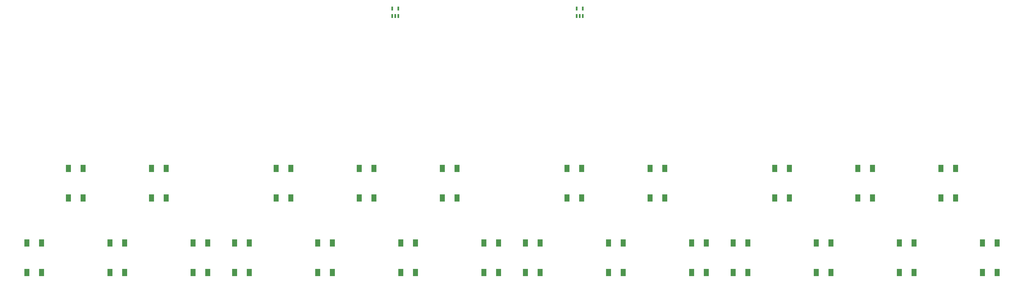
<source format=gtp>
G04 Layer: TopPasteMaskLayer*
G04 EasyEDA v6.5.43, 2024-08-21 17:52:12*
G04 cb6e2e9fbd21486d88ae5690d2d3dc00,10*
G04 Gerber Generator version 0.2*
G04 Scale: 100 percent, Rotated: No, Reflected: No *
G04 Dimensions in millimeters *
G04 leading zeros omitted , absolute positions ,4 integer and 5 decimal *
%FSLAX45Y45*%
%MOMM*%

%ADD10R,1.5000X2.3000*%
%ADD11R,0.4900X1.1570*%
%ADD12R,0.4900X1.1750*%

%LPD*%
D10*
G01*
X9877018Y-1069009D03*
G01*
X9876993Y-1978990D03*
G01*
X9427006Y-1069009D03*
G01*
X9427006Y-1978990D03*
G01*
X11147018Y1216990D03*
G01*
X11146993Y307009D03*
G01*
X10697006Y1216990D03*
G01*
X10697006Y307009D03*
G01*
X12417018Y-1069009D03*
G01*
X12416993Y-1978990D03*
G01*
X11967006Y-1069009D03*
G01*
X11967006Y-1978990D03*
G01*
X13687018Y1216990D03*
G01*
X13686993Y307009D03*
G01*
X13237006Y1216990D03*
G01*
X13237006Y307009D03*
G01*
X14957018Y-1069009D03*
G01*
X14956993Y-1978990D03*
G01*
X14507006Y-1069009D03*
G01*
X14507006Y-1978990D03*
G01*
X16227018Y-1069009D03*
G01*
X16226993Y-1978990D03*
G01*
X15777006Y-1069009D03*
G01*
X15777006Y-1978990D03*
G01*
X17497018Y1216990D03*
G01*
X17496993Y307009D03*
G01*
X17047006Y1216990D03*
G01*
X17047006Y307009D03*
G01*
X18767018Y-1069009D03*
G01*
X18766993Y-1978990D03*
G01*
X18317006Y-1069009D03*
G01*
X18317006Y-1978990D03*
G01*
X20037018Y1216990D03*
G01*
X20036993Y307009D03*
G01*
X19587006Y1216990D03*
G01*
X19587006Y307009D03*
G01*
X21307018Y-1069009D03*
G01*
X21306993Y-1978990D03*
G01*
X20857006Y-1069009D03*
G01*
X20857006Y-1978990D03*
G01*
X22577018Y-1069009D03*
G01*
X22576993Y-1978990D03*
G01*
X22127006Y-1069009D03*
G01*
X22127006Y-1978990D03*
G01*
X23847018Y1216990D03*
G01*
X23846993Y307009D03*
G01*
X23397006Y1216990D03*
G01*
X23397006Y307009D03*
G01*
X25117018Y-1069009D03*
G01*
X25116993Y-1978990D03*
G01*
X24667006Y-1069009D03*
G01*
X24667006Y-1978990D03*
G01*
X26386965Y1216990D03*
G01*
X26386939Y307009D03*
G01*
X25936953Y1216990D03*
G01*
X25936953Y307009D03*
G01*
X27656962Y-1069009D03*
G01*
X27656937Y-1978990D03*
G01*
X27206950Y-1069009D03*
G01*
X27206950Y-1978990D03*
G01*
X28926960Y1216990D03*
G01*
X28926934Y307009D03*
G01*
X28476948Y1216990D03*
G01*
X28476948Y307009D03*
G01*
X30196957Y-1069009D03*
G01*
X30196932Y-1978990D03*
G01*
X29746945Y-1069009D03*
G01*
X29746945Y-1978990D03*
G01*
X987018Y-1069009D03*
G01*
X986993Y-1978990D03*
G01*
X537006Y-1069009D03*
G01*
X537006Y-1978990D03*
G01*
X2257018Y1216990D03*
G01*
X2256993Y307009D03*
G01*
X1807006Y1216990D03*
G01*
X1807006Y307009D03*
G01*
X3527018Y-1069009D03*
G01*
X3526993Y-1978990D03*
G01*
X3076981Y-1069009D03*
G01*
X3076981Y-1978990D03*
G01*
X4797018Y1216990D03*
G01*
X4796993Y307009D03*
G01*
X4346981Y1216990D03*
G01*
X4346981Y307009D03*
G01*
X6067018Y-1069009D03*
G01*
X6066993Y-1978990D03*
G01*
X5617006Y-1069009D03*
G01*
X5617006Y-1978990D03*
G01*
X7337018Y-1069009D03*
G01*
X7336993Y-1978990D03*
G01*
X6887006Y-1069009D03*
G01*
X6887006Y-1978990D03*
G01*
X8607018Y1216990D03*
G01*
X8606993Y307009D03*
G01*
X8157006Y1216990D03*
G01*
X8157006Y307009D03*
D11*
G01*
X17342104Y5884621D03*
G01*
X17437100Y5884621D03*
G01*
X17532095Y5884621D03*
D12*
G01*
X17532095Y6115354D03*
G01*
X17342104Y6115354D03*
D11*
G01*
X11704980Y5884621D03*
G01*
X11799976Y5884621D03*
G01*
X11894972Y5884621D03*
D12*
G01*
X11894972Y6115354D03*
G01*
X11704980Y6115354D03*
M02*

</source>
